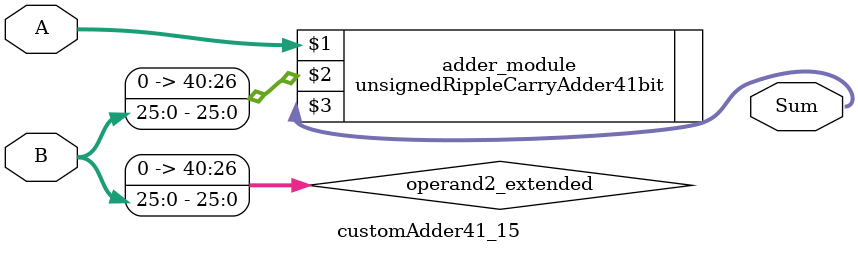
<source format=v>
module customAdder41_15(
                        input [40 : 0] A,
                        input [25 : 0] B,
                        
                        output [41 : 0] Sum
                );

        wire [40 : 0] operand2_extended;
        
        assign operand2_extended =  {15'b0, B};
        
        unsignedRippleCarryAdder41bit adder_module(
            A,
            operand2_extended,
            Sum
        );
        
        endmodule
        
</source>
